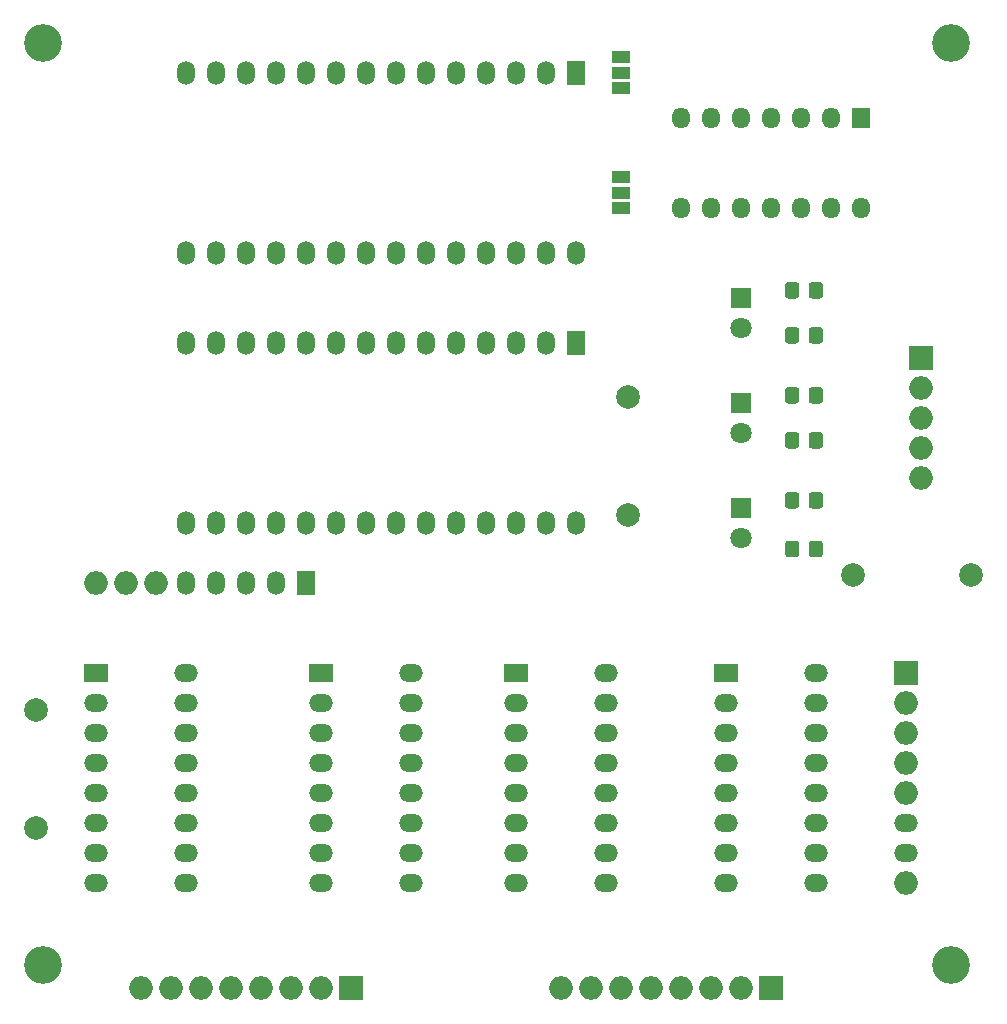
<source format=gbr>
G04 #@! TF.GenerationSoftware,KiCad,Pcbnew,(5.1.8)-1*
G04 #@! TF.CreationDate,2023-07-12T22:57:59+03:00*
G04 #@! TF.ProjectId,RAM,52414d2e-6b69-4636-9164-5f7063625858,rev?*
G04 #@! TF.SameCoordinates,PX9b0780PY9b0780*
G04 #@! TF.FileFunction,Soldermask,Top*
G04 #@! TF.FilePolarity,Negative*
%FSLAX46Y46*%
G04 Gerber Fmt 4.6, Leading zero omitted, Abs format (unit mm)*
G04 Created by KiCad (PCBNEW (5.1.8)-1) date 2023-07-12 22:57:59*
%MOMM*%
%LPD*%
G01*
G04 APERTURE LIST*
%ADD10R,1.500000X1.000000*%
%ADD11C,2.000000*%
%ADD12O,2.000000X2.000000*%
%ADD13R,2.000000X2.000000*%
%ADD14O,1.500000X2.000000*%
%ADD15R,1.500000X2.000000*%
%ADD16C,1.800000*%
%ADD17R,1.800000X1.800000*%
%ADD18C,3.200000*%
%ADD19O,1.500000X1.800000*%
%ADD20R,1.500000X1.800000*%
%ADD21O,2.000000X1.500000*%
%ADD22R,2.000000X1.500000*%
G04 APERTURE END LIST*
D10*
X52705000Y-5050000D03*
X52705000Y-6350000D03*
X52705000Y-7650000D03*
X52705000Y-15210000D03*
X52705000Y-16510000D03*
X52705000Y-17810000D03*
D11*
X53340000Y-33815000D03*
X53340000Y-43815000D03*
X3175000Y-70325000D03*
X3175000Y-60325000D03*
D12*
X78105000Y-40640000D03*
X78105000Y-38100000D03*
X78105000Y-35560000D03*
X78105000Y-33020000D03*
D13*
X78105000Y-30480000D03*
D12*
X8255000Y-49530000D03*
X10795000Y-49530000D03*
X13335000Y-49530000D03*
D14*
X15875000Y-49530000D03*
X18415000Y-49530000D03*
X20955000Y-49530000D03*
X23495000Y-49530000D03*
D15*
X26035000Y-49530000D03*
D12*
X47625000Y-83820000D03*
X50165000Y-83820000D03*
X52705000Y-83820000D03*
X55245000Y-83820000D03*
X57785000Y-83820000D03*
X60325000Y-83820000D03*
X62865000Y-83820000D03*
D13*
X65405000Y-83820000D03*
D12*
X12065000Y-83820000D03*
X14605000Y-83820000D03*
X17145000Y-83820000D03*
X19685000Y-83820000D03*
X22225000Y-83820000D03*
X24765000Y-83820000D03*
X27305000Y-83820000D03*
D13*
X29845000Y-83820000D03*
D16*
X62865000Y-45720000D03*
D17*
X62865000Y-43180000D03*
D16*
X62865000Y-36830000D03*
D17*
X62865000Y-34290000D03*
D16*
X62865000Y-27940000D03*
D17*
X62865000Y-25400000D03*
D18*
X80645000Y-81915000D03*
X80645000Y-3810000D03*
X3810000Y-81915000D03*
X3810000Y-3810000D03*
D14*
X48895000Y-21590000D03*
X15875000Y-6350000D03*
X46355000Y-21590000D03*
X18415000Y-6350000D03*
X43815000Y-21590000D03*
X20955000Y-6350000D03*
X41275000Y-21590000D03*
X23495000Y-6350000D03*
X38735000Y-21590000D03*
X26035000Y-6350000D03*
X36195000Y-21590000D03*
X28575000Y-6350000D03*
X33655000Y-21590000D03*
X31115000Y-6350000D03*
X31115000Y-21590000D03*
X33655000Y-6350000D03*
X28575000Y-21590000D03*
X36195000Y-6350000D03*
X26035000Y-21590000D03*
X38735000Y-6350000D03*
X23495000Y-21590000D03*
X41275000Y-6350000D03*
X20955000Y-21590000D03*
X43815000Y-6350000D03*
X18415000Y-21590000D03*
X46355000Y-6350000D03*
X15875000Y-21590000D03*
D15*
X48895000Y-6350000D03*
D19*
X73025000Y-17780000D03*
X57785000Y-10160000D03*
X70485000Y-17780000D03*
X60325000Y-10160000D03*
X67945000Y-17780000D03*
X62865000Y-10160000D03*
X65405000Y-17780000D03*
X65405000Y-10160000D03*
X62865000Y-17780000D03*
X67945000Y-10160000D03*
X60325000Y-17780000D03*
X70485000Y-10160000D03*
X57785000Y-17780000D03*
D20*
X73025000Y-10160000D03*
D11*
X82390000Y-48895000D03*
X72390000Y-48895000D03*
D12*
X76835000Y-74930000D03*
D21*
X76835000Y-72390000D03*
X76835000Y-69850000D03*
D12*
X76835000Y-67310000D03*
X76835000Y-64770000D03*
X76835000Y-62230000D03*
X76835000Y-59690000D03*
D13*
X76835000Y-57150000D03*
G36*
G01*
X67815000Y-28124999D02*
X67815000Y-29025001D01*
G75*
G02*
X67565001Y-29275000I-249999J0D01*
G01*
X66864999Y-29275000D01*
G75*
G02*
X66615000Y-29025001I0J249999D01*
G01*
X66615000Y-28124999D01*
G75*
G02*
X66864999Y-27875000I249999J0D01*
G01*
X67565001Y-27875000D01*
G75*
G02*
X67815000Y-28124999I0J-249999D01*
G01*
G37*
G36*
G01*
X69815000Y-28124999D02*
X69815000Y-29025001D01*
G75*
G02*
X69565001Y-29275000I-249999J0D01*
G01*
X68864999Y-29275000D01*
G75*
G02*
X68615000Y-29025001I0J249999D01*
G01*
X68615000Y-28124999D01*
G75*
G02*
X68864999Y-27875000I249999J0D01*
G01*
X69565001Y-27875000D01*
G75*
G02*
X69815000Y-28124999I0J-249999D01*
G01*
G37*
G36*
G01*
X69815000Y-37014999D02*
X69815000Y-37915001D01*
G75*
G02*
X69565001Y-38165000I-249999J0D01*
G01*
X68864999Y-38165000D01*
G75*
G02*
X68615000Y-37915001I0J249999D01*
G01*
X68615000Y-37014999D01*
G75*
G02*
X68864999Y-36765000I249999J0D01*
G01*
X69565001Y-36765000D01*
G75*
G02*
X69815000Y-37014999I0J-249999D01*
G01*
G37*
G36*
G01*
X67815000Y-37014999D02*
X67815000Y-37915001D01*
G75*
G02*
X67565001Y-38165000I-249999J0D01*
G01*
X66864999Y-38165000D01*
G75*
G02*
X66615000Y-37915001I0J249999D01*
G01*
X66615000Y-37014999D01*
G75*
G02*
X66864999Y-36765000I249999J0D01*
G01*
X67565001Y-36765000D01*
G75*
G02*
X67815000Y-37014999I0J-249999D01*
G01*
G37*
G36*
G01*
X67815000Y-46222499D02*
X67815000Y-47122501D01*
G75*
G02*
X67565001Y-47372500I-249999J0D01*
G01*
X66864999Y-47372500D01*
G75*
G02*
X66615000Y-47122501I0J249999D01*
G01*
X66615000Y-46222499D01*
G75*
G02*
X66864999Y-45972500I249999J0D01*
G01*
X67565001Y-45972500D01*
G75*
G02*
X67815000Y-46222499I0J-249999D01*
G01*
G37*
G36*
G01*
X69815000Y-46222499D02*
X69815000Y-47122501D01*
G75*
G02*
X69565001Y-47372500I-249999J0D01*
G01*
X68864999Y-47372500D01*
G75*
G02*
X68615000Y-47122501I0J249999D01*
G01*
X68615000Y-46222499D01*
G75*
G02*
X68864999Y-45972500I249999J0D01*
G01*
X69565001Y-45972500D01*
G75*
G02*
X69815000Y-46222499I0J-249999D01*
G01*
G37*
D22*
X8255000Y-57150000D03*
D21*
X15875000Y-74930000D03*
X8255000Y-59690000D03*
X15875000Y-72390000D03*
X8255000Y-62230000D03*
X15875000Y-69850000D03*
X8255000Y-64770000D03*
X15875000Y-67310000D03*
X8255000Y-67310000D03*
X15875000Y-64770000D03*
X8255000Y-69850000D03*
X15875000Y-62230000D03*
X8255000Y-72390000D03*
X15875000Y-59690000D03*
X8255000Y-74930000D03*
X15875000Y-57150000D03*
D15*
X48895000Y-29210000D03*
D14*
X15875000Y-44450000D03*
X46355000Y-29210000D03*
X18415000Y-44450000D03*
X43815000Y-29210000D03*
X20955000Y-44450000D03*
X41275000Y-29210000D03*
X23495000Y-44450000D03*
X38735000Y-29210000D03*
X26035000Y-44450000D03*
X36195000Y-29210000D03*
X28575000Y-44450000D03*
X33655000Y-29210000D03*
X31115000Y-44450000D03*
X31115000Y-29210000D03*
X33655000Y-44450000D03*
X28575000Y-29210000D03*
X36195000Y-44450000D03*
X26035000Y-29210000D03*
X38735000Y-44450000D03*
X23495000Y-29210000D03*
X41275000Y-44450000D03*
X20955000Y-29210000D03*
X43815000Y-44450000D03*
X18415000Y-29210000D03*
X46355000Y-44450000D03*
X15875000Y-29210000D03*
X48895000Y-44450000D03*
D21*
X34925000Y-57150000D03*
X27305000Y-74930000D03*
X34925000Y-59690000D03*
X27305000Y-72390000D03*
X34925000Y-62230000D03*
X27305000Y-69850000D03*
X34925000Y-64770000D03*
X27305000Y-67310000D03*
X34925000Y-67310000D03*
X27305000Y-64770000D03*
X34925000Y-69850000D03*
X27305000Y-62230000D03*
X34925000Y-72390000D03*
X27305000Y-59690000D03*
X34925000Y-74930000D03*
D22*
X27305000Y-57150000D03*
X43815000Y-57150000D03*
D21*
X51435000Y-74930000D03*
X43815000Y-59690000D03*
X51435000Y-72390000D03*
X43815000Y-62230000D03*
X51435000Y-69850000D03*
X43815000Y-64770000D03*
X51435000Y-67310000D03*
X43815000Y-67310000D03*
X51435000Y-64770000D03*
X43815000Y-69850000D03*
X51435000Y-62230000D03*
X43815000Y-72390000D03*
X51435000Y-59690000D03*
X43815000Y-74930000D03*
X51435000Y-57150000D03*
X69215000Y-57150000D03*
X61595000Y-74930000D03*
X69215000Y-59690000D03*
X61595000Y-72390000D03*
X69215000Y-62230000D03*
X61595000Y-69850000D03*
X69215000Y-64770000D03*
X61595000Y-67310000D03*
X69215000Y-67310000D03*
X61595000Y-64770000D03*
X69215000Y-69850000D03*
X61595000Y-62230000D03*
X69215000Y-72390000D03*
X61595000Y-59690000D03*
X69215000Y-74930000D03*
D22*
X61595000Y-57150000D03*
G36*
G01*
X69815000Y-24314999D02*
X69815000Y-25215001D01*
G75*
G02*
X69565001Y-25465000I-249999J0D01*
G01*
X68864999Y-25465000D01*
G75*
G02*
X68615000Y-25215001I0J249999D01*
G01*
X68615000Y-24314999D01*
G75*
G02*
X68864999Y-24065000I249999J0D01*
G01*
X69565001Y-24065000D01*
G75*
G02*
X69815000Y-24314999I0J-249999D01*
G01*
G37*
G36*
G01*
X67815000Y-24314999D02*
X67815000Y-25215001D01*
G75*
G02*
X67565001Y-25465000I-249999J0D01*
G01*
X66864999Y-25465000D01*
G75*
G02*
X66615000Y-25215001I0J249999D01*
G01*
X66615000Y-24314999D01*
G75*
G02*
X66864999Y-24065000I249999J0D01*
G01*
X67565001Y-24065000D01*
G75*
G02*
X67815000Y-24314999I0J-249999D01*
G01*
G37*
G36*
G01*
X67815000Y-33204999D02*
X67815000Y-34105001D01*
G75*
G02*
X67565001Y-34355000I-249999J0D01*
G01*
X66864999Y-34355000D01*
G75*
G02*
X66615000Y-34105001I0J249999D01*
G01*
X66615000Y-33204999D01*
G75*
G02*
X66864999Y-32955000I249999J0D01*
G01*
X67565001Y-32955000D01*
G75*
G02*
X67815000Y-33204999I0J-249999D01*
G01*
G37*
G36*
G01*
X69815000Y-33204999D02*
X69815000Y-34105001D01*
G75*
G02*
X69565001Y-34355000I-249999J0D01*
G01*
X68864999Y-34355000D01*
G75*
G02*
X68615000Y-34105001I0J249999D01*
G01*
X68615000Y-33204999D01*
G75*
G02*
X68864999Y-32955000I249999J0D01*
G01*
X69565001Y-32955000D01*
G75*
G02*
X69815000Y-33204999I0J-249999D01*
G01*
G37*
G36*
G01*
X69815000Y-42094999D02*
X69815000Y-42995001D01*
G75*
G02*
X69565001Y-43245000I-249999J0D01*
G01*
X68864999Y-43245000D01*
G75*
G02*
X68615000Y-42995001I0J249999D01*
G01*
X68615000Y-42094999D01*
G75*
G02*
X68864999Y-41845000I249999J0D01*
G01*
X69565001Y-41845000D01*
G75*
G02*
X69815000Y-42094999I0J-249999D01*
G01*
G37*
G36*
G01*
X67815000Y-42094999D02*
X67815000Y-42995001D01*
G75*
G02*
X67565001Y-43245000I-249999J0D01*
G01*
X66864999Y-43245000D01*
G75*
G02*
X66615000Y-42995001I0J249999D01*
G01*
X66615000Y-42094999D01*
G75*
G02*
X66864999Y-41845000I249999J0D01*
G01*
X67565001Y-41845000D01*
G75*
G02*
X67815000Y-42094999I0J-249999D01*
G01*
G37*
M02*

</source>
